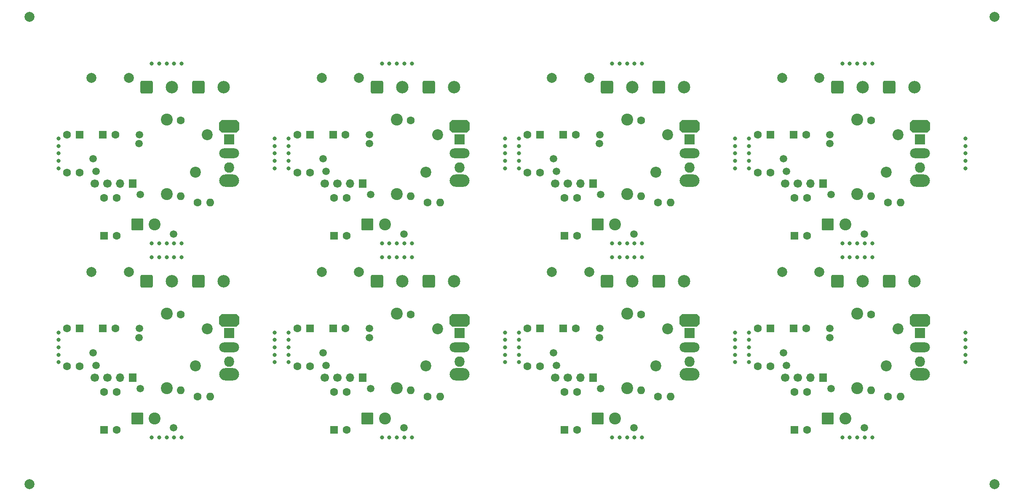
<source format=gbr>
%TF.GenerationSoftware,KiCad,Pcbnew,9.0.2-9.0.2-0~ubuntu24.04.1*%
%TF.CreationDate,2025-05-26T21:58:39+03:00*%
%TF.ProjectId,panelize,70616e65-6c69-47a6-952e-6b696361645f,V01*%
%TF.SameCoordinates,PX2e40d20PY1312d00*%
%TF.FileFunction,Soldermask,Top*%
%TF.FilePolarity,Negative*%
%FSLAX46Y46*%
G04 Gerber Fmt 4.6, Leading zero omitted, Abs format (unit mm)*
G04 Created by KiCad (PCBNEW 9.0.2-9.0.2-0~ubuntu24.04.1) date 2025-05-26 21:58:39*
%MOMM*%
%LPD*%
G01*
G04 APERTURE LIST*
G04 Aperture macros list*
%AMRoundRect*
0 Rectangle with rounded corners*
0 $1 Rounding radius*
0 $2 $3 $4 $5 $6 $7 $8 $9 X,Y pos of 4 corners*
0 Add a 4 corners polygon primitive as box body*
4,1,4,$2,$3,$4,$5,$6,$7,$8,$9,$2,$3,0*
0 Add four circle primitives for the rounded corners*
1,1,$1+$1,$2,$3*
1,1,$1+$1,$4,$5*
1,1,$1+$1,$6,$7*
1,1,$1+$1,$8,$9*
0 Add four rect primitives between the rounded corners*
20,1,$1+$1,$2,$3,$4,$5,0*
20,1,$1+$1,$4,$5,$6,$7,0*
20,1,$1+$1,$6,$7,$8,$9,0*
20,1,$1+$1,$8,$9,$2,$3,0*%
%AMOutline5P*
0 Free polygon, 5 corners , with rotation*
0 The origin of the aperture is its center*
0 number of corners: always 5*
0 $1 to $10 corner X, Y*
0 $11 Rotation angle, in degrees counterclockwise*
0 create outline with 5 corners*
4,1,5,$1,$2,$3,$4,$5,$6,$7,$8,$9,$10,$1,$2,$11*%
%AMOutline6P*
0 Free polygon, 6 corners , with rotation*
0 The origin of the aperture is its center*
0 number of corners: always 6*
0 $1 to $12 corner X, Y*
0 $13 Rotation angle, in degrees counterclockwise*
0 create outline with 6 corners*
4,1,6,$1,$2,$3,$4,$5,$6,$7,$8,$9,$10,$11,$12,$1,$2,$13*%
%AMOutline7P*
0 Free polygon, 7 corners , with rotation*
0 The origin of the aperture is its center*
0 number of corners: always 7*
0 $1 to $14 corner X, Y*
0 $15 Rotation angle, in degrees counterclockwise*
0 create outline with 7 corners*
4,1,7,$1,$2,$3,$4,$5,$6,$7,$8,$9,$10,$11,$12,$13,$14,$1,$2,$15*%
%AMOutline8P*
0 Free polygon, 8 corners , with rotation*
0 The origin of the aperture is its center*
0 number of corners: always 8*
0 $1 to $16 corner X, Y*
0 $17 Rotation angle, in degrees counterclockwise*
0 create outline with 8 corners*
4,1,8,$1,$2,$3,$4,$5,$6,$7,$8,$9,$10,$11,$12,$13,$14,$15,$16,$1,$2,$17*%
G04 Aperture macros list end*
%ADD10C,2.000000*%
%ADD11C,0.800000*%
%ADD12RoundRect,0.250000X-1.000000X-1.000000X1.000000X-1.000000X1.000000X1.000000X-1.000000X1.000000X0*%
%ADD13C,2.500000*%
%ADD14RoundRect,0.250000X-0.550000X0.550000X-0.550000X-0.550000X0.550000X-0.550000X0.550000X0.550000X0*%
%ADD15C,1.600000*%
%ADD16Outline8P,-1.250000X1.500000X-0.750000X2.000000X0.750000X2.000000X1.250000X1.500000X1.250000X-1.500000X0.750000X-2.000000X-0.750000X-2.000000X-1.250000X-1.500000X270.000000*%
%ADD17R,2.000000X2.100000*%
%ADD18O,4.000000X2.000000*%
%ADD19O,2.000000X2.100000*%
%ADD20O,4.000000X2.500000*%
%ADD21R,1.600000X1.600000*%
%ADD22R,1.600000X1.700000*%
%ADD23O,1.700000X1.700000*%
%ADD24C,1.700000*%
%ADD25C,2.200000*%
%ADD26O,1.600000X1.600000*%
%ADD27RoundRect,0.250000X0.550000X-0.550000X0.550000X0.550000X-0.550000X0.550000X-0.550000X-0.550000X0*%
%ADD28C,2.400000*%
%ADD29RoundRect,0.250001X-0.949999X-0.949999X0.949999X-0.949999X0.949999X0.949999X-0.949999X0.949999X0*%
%ADD30C,1.500000*%
G04 APERTURE END LIST*
D10*
%TO.C,KiKit_TO_2*%
X197000000Y-3000000D03*
%TD*%
D11*
%TO.C,KiKit_MB_5_3*%
X55125813Y-30500009D03*
%TD*%
%TO.C,KiKit_MB_24_2*%
X78363377Y-87600000D03*
%TD*%
D12*
%TO.C,J2*%
X36988881Y-17167500D03*
D13*
X42068881Y-17167500D03*
%TD*%
D11*
%TO.C,KiKit_MB_15_5*%
X172412365Y-12400000D03*
%TD*%
D14*
%TO.C,U1*%
X105677369Y-26700000D03*
D15*
X103137369Y-26700000D03*
X103137369Y-34320000D03*
X105677369Y-34320000D03*
%TD*%
D11*
%TO.C,KiKit_MB_11_4*%
X124637621Y-12400000D03*
%TD*%
D12*
%TO.C,J2*%
X175811613Y-17167500D03*
D13*
X180891613Y-17167500D03*
%TD*%
D12*
%TO.C,J1*%
X72863125Y-17167500D03*
D13*
X77943125Y-17167500D03*
%TD*%
D16*
%TO.C,Q1*%
X43188881Y-25050000D03*
D17*
X43188881Y-27660000D03*
D18*
X43188881Y-30500000D03*
D19*
X43188881Y-33340000D03*
D20*
X43188881Y-35950000D03*
%TD*%
D11*
%TO.C,KiKit_MB_17_2*%
X8851558Y-71000509D03*
%TD*%
%TO.C,KiKit_MB_19_3*%
X30588634Y-51400000D03*
%TD*%
D21*
%TO.C,C2*%
X64063125Y-26700000D03*
D15*
X66563125Y-26700000D03*
%TD*%
D11*
%TO.C,KiKit_MB_21_5*%
X55125834Y-66499010D03*
%TD*%
%TO.C,KiKit_MB_27_2*%
X121636622Y-51400000D03*
%TD*%
D22*
%TO.C,J3*%
X162551613Y-36600000D03*
D23*
X160011613Y-36600000D03*
D24*
X157471613Y-36600000D03*
X154931613Y-36600000D03*
%TD*%
D11*
%TO.C,KiKit_MB_28_2*%
X124637621Y-87600000D03*
%TD*%
%TO.C,KiKit_MB_19_1*%
X27587634Y-51400000D03*
%TD*%
%TO.C,KiKit_MB_23_3*%
X76862878Y-51400000D03*
%TD*%
D12*
%TO.C,J1*%
X119137369Y-56167500D03*
D13*
X124217369Y-56167500D03*
%TD*%
D11*
%TO.C,KiKit_MB_1_3*%
X8851569Y-30500009D03*
%TD*%
D25*
%TO.C,RV1*%
X36388881Y-34250000D03*
X38788881Y-26750000D03*
%TD*%
D22*
%TO.C,J3*%
X162551613Y-75600000D03*
D23*
X160011613Y-75600000D03*
D24*
X157471613Y-75600000D03*
X154931613Y-75600000D03*
%TD*%
D11*
%TO.C,KiKit_MB_10_5*%
X144874168Y-33500990D03*
%TD*%
%TO.C,KiKit_MB_21_4*%
X55125824Y-67999510D03*
%TD*%
%TO.C,KiKit_MB_18_5*%
X52325680Y-72500990D03*
%TD*%
D10*
%TO.C,C1*%
X161811613Y-15300000D03*
X154311613Y-15300000D03*
%TD*%
D11*
%TO.C,KiKit_MB_4_3*%
X30588634Y-48600000D03*
%TD*%
D21*
%TO.C,C2*%
X64063125Y-65700000D03*
D15*
X66563125Y-65700000D03*
%TD*%
%TO.C,R1*%
X125937369Y-62900000D03*
D26*
X125937369Y-78140000D03*
%TD*%
D11*
%TO.C,KiKit_MB_25_2*%
X101400046Y-71000509D03*
%TD*%
D12*
%TO.C,J1*%
X72863125Y-56167500D03*
D13*
X77943125Y-56167500D03*
%TD*%
D27*
%TO.C,U2*%
X64263125Y-47100000D03*
D15*
X66803125Y-47100000D03*
X66803125Y-39480000D03*
X64263125Y-39480000D03*
%TD*%
D11*
%TO.C,KiKit_MB_31_2*%
X167910866Y-51400000D03*
%TD*%
%TO.C,KiKit_MB_9_3*%
X101400057Y-30500009D03*
%TD*%
%TO.C,KiKit_MB_7_2*%
X75362378Y-12400000D03*
%TD*%
%TO.C,KiKit_MB_29_2*%
X147674290Y-71000509D03*
%TD*%
D25*
%TO.C,RV1*%
X128937369Y-73250000D03*
X131337369Y-65750000D03*
%TD*%
D11*
%TO.C,KiKit_MB_11_1*%
X120136122Y-12400000D03*
%TD*%
D21*
%TO.C,C2*%
X17788881Y-26700000D03*
D15*
X20288881Y-26700000D03*
%TD*%
D11*
%TO.C,KiKit_MB_5_1*%
X55125792Y-33501009D03*
%TD*%
D12*
%TO.C,J1*%
X165411613Y-56167500D03*
D13*
X170491613Y-56167500D03*
%TD*%
D11*
%TO.C,KiKit_MB_13_2*%
X147674290Y-32000509D03*
%TD*%
D15*
%TO.C,R2*%
X175611613Y-40400000D03*
D26*
X178151613Y-40400000D03*
%TD*%
D10*
%TO.C,KiKit_TO_3*%
X3000000Y-97000000D03*
%TD*%
D12*
%TO.C,J2*%
X83263125Y-56167500D03*
D13*
X88343125Y-56167500D03*
%TD*%
D27*
%TO.C,U2*%
X17988881Y-47100000D03*
D15*
X20528881Y-47100000D03*
X20528881Y-39480000D03*
X17988881Y-39480000D03*
%TD*%
D11*
%TO.C,KiKit_MB_6_1*%
X98599965Y-27498990D03*
%TD*%
D10*
%TO.C,C1*%
X22988881Y-54300000D03*
X15488881Y-54300000D03*
%TD*%
D11*
%TO.C,KiKit_MB_26_2*%
X144874199Y-67999490D03*
%TD*%
%TO.C,KiKit_MB_22_1*%
X98599965Y-66498990D03*
%TD*%
%TO.C,KiKit_MB_23_5*%
X79863877Y-51400000D03*
%TD*%
%TO.C,KiKit_MB_14_5*%
X191148412Y-33500990D03*
%TD*%
%TO.C,KiKit_MB_23_4*%
X78363377Y-51400000D03*
%TD*%
%TO.C,KiKit_MB_24_4*%
X75362378Y-87600000D03*
%TD*%
%TO.C,KiKit_MB_2_4*%
X52325690Y-32000490D03*
%TD*%
%TO.C,KiKit_MB_4_2*%
X32089133Y-48600000D03*
%TD*%
D15*
%TO.C,R2*%
X83063125Y-40400000D03*
D26*
X85603125Y-40400000D03*
%TD*%
D11*
%TO.C,KiKit_MB_32_1*%
X172412365Y-87600000D03*
%TD*%
%TO.C,KiKit_MB_7_3*%
X76862878Y-12400000D03*
%TD*%
%TO.C,KiKit_MB_14_1*%
X191148453Y-27498990D03*
%TD*%
%TO.C,KiKit_MB_26_3*%
X144874189Y-69499990D03*
%TD*%
%TO.C,KiKit_MB_29_1*%
X147674280Y-72501009D03*
%TD*%
%TO.C,KiKit_MB_21_1*%
X55125792Y-72501009D03*
%TD*%
%TO.C,KiKit_MB_23_1*%
X73861878Y-51400000D03*
%TD*%
%TO.C,KiKit_MB_22_3*%
X98599945Y-69499990D03*
%TD*%
D15*
%TO.C,R2*%
X83063125Y-79400000D03*
D26*
X85603125Y-79400000D03*
%TD*%
D11*
%TO.C,KiKit_MB_13_5*%
X147674322Y-27499010D03*
%TD*%
%TO.C,KiKit_MB_27_3*%
X123137122Y-51400000D03*
%TD*%
D10*
%TO.C,KiKit_TO_1*%
X3000000Y-3000000D03*
%TD*%
D11*
%TO.C,KiKit_MB_4_1*%
X33589633Y-48600000D03*
%TD*%
%TO.C,KiKit_MB_30_2*%
X191148443Y-67999490D03*
%TD*%
%TO.C,KiKit_MB_15_3*%
X169411366Y-12400000D03*
%TD*%
%TO.C,KiKit_MB_22_2*%
X98599955Y-67999490D03*
%TD*%
%TO.C,KiKit_MB_7_5*%
X79863877Y-12400000D03*
%TD*%
%TO.C,KiKit_MB_8_3*%
X76862878Y-48600000D03*
%TD*%
D27*
%TO.C,U2*%
X110537369Y-86100000D03*
D15*
X113077369Y-86100000D03*
X113077369Y-78480000D03*
X110537369Y-78480000D03*
%TD*%
D11*
%TO.C,KiKit_MB_1_2*%
X8851558Y-32000509D03*
%TD*%
%TO.C,KiKit_MB_27_5*%
X126138121Y-51400000D03*
%TD*%
D25*
%TO.C,RV1*%
X175211613Y-34250000D03*
X177611613Y-26750000D03*
%TD*%
D22*
%TO.C,J3*%
X70003125Y-75600000D03*
D23*
X67463125Y-75600000D03*
D24*
X64923125Y-75600000D03*
X62383125Y-75600000D03*
%TD*%
D27*
%TO.C,U2*%
X64263125Y-86100000D03*
D15*
X66803125Y-86100000D03*
X66803125Y-78480000D03*
X64263125Y-78480000D03*
%TD*%
D14*
%TO.C,U1*%
X13128881Y-65700000D03*
D15*
X10588881Y-65700000D03*
X10588881Y-73320000D03*
X13128881Y-73320000D03*
%TD*%
D10*
%TO.C,C1*%
X69263125Y-15300000D03*
X61763125Y-15300000D03*
%TD*%
D11*
%TO.C,KiKit_MB_17_5*%
X8851590Y-66499010D03*
%TD*%
%TO.C,KiKit_MB_31_5*%
X172412365Y-51400000D03*
%TD*%
D16*
%TO.C,Q1*%
X182011613Y-25050000D03*
D17*
X182011613Y-27660000D03*
D18*
X182011613Y-30500000D03*
D19*
X182011613Y-33340000D03*
D20*
X182011613Y-35950000D03*
%TD*%
D11*
%TO.C,KiKit_MB_25_4*%
X101400068Y-67999510D03*
%TD*%
%TO.C,KiKit_MB_26_1*%
X144874209Y-66498990D03*
%TD*%
%TO.C,KiKit_MB_15_4*%
X170911865Y-12400000D03*
%TD*%
D22*
%TO.C,J3*%
X23728881Y-75600000D03*
D23*
X21188881Y-75600000D03*
D24*
X18648881Y-75600000D03*
X16108881Y-75600000D03*
%TD*%
D11*
%TO.C,KiKit_MB_32_2*%
X170911865Y-87600000D03*
%TD*%
%TO.C,KiKit_MB_27_1*%
X120136122Y-51400000D03*
%TD*%
%TO.C,KiKit_MB_28_4*%
X121636622Y-87600000D03*
%TD*%
D28*
%TO.C,C3*%
X30588881Y-23700000D03*
X30588881Y-38700000D03*
%TD*%
D12*
%TO.C,J1*%
X26588881Y-56167500D03*
D13*
X31668881Y-56167500D03*
%TD*%
D11*
%TO.C,KiKit_MB_5_2*%
X55125802Y-32000509D03*
%TD*%
D29*
%TO.C,J4*%
X24688881Y-44800000D03*
D28*
X28188881Y-44800000D03*
%TD*%
D15*
%TO.C,R1*%
X79663125Y-62900000D03*
D26*
X79663125Y-78140000D03*
%TD*%
D11*
%TO.C,KiKit_MB_16_1*%
X172412365Y-48600000D03*
%TD*%
D12*
%TO.C,J2*%
X83263125Y-17167500D03*
D13*
X88343125Y-17167500D03*
%TD*%
D11*
%TO.C,KiKit_MB_19_4*%
X32089133Y-51400000D03*
%TD*%
%TO.C,KiKit_MB_25_1*%
X101400036Y-72501009D03*
%TD*%
D25*
%TO.C,RV1*%
X82663125Y-34250000D03*
X85063125Y-26750000D03*
%TD*%
D11*
%TO.C,KiKit_MB_7_4*%
X78363377Y-12400000D03*
%TD*%
%TO.C,KiKit_MB_26_4*%
X144874178Y-71000490D03*
%TD*%
%TO.C,KiKit_MB_10_2*%
X144874199Y-28999490D03*
%TD*%
%TO.C,KiKit_MB_4_4*%
X29088134Y-48600000D03*
%TD*%
%TO.C,KiKit_MB_27_4*%
X124637621Y-51400000D03*
%TD*%
%TO.C,KiKit_MB_8_5*%
X73861878Y-48600000D03*
%TD*%
D27*
%TO.C,U2*%
X17988881Y-86100000D03*
D15*
X20528881Y-86100000D03*
X20528881Y-78480000D03*
X17988881Y-78480000D03*
%TD*%
D11*
%TO.C,KiKit_MB_32_3*%
X169411366Y-87600000D03*
%TD*%
D15*
%TO.C,R1*%
X33388881Y-23900000D03*
D26*
X33388881Y-39140000D03*
%TD*%
D10*
%TO.C,C1*%
X115537369Y-15300000D03*
X108037369Y-15300000D03*
%TD*%
D11*
%TO.C,KiKit_MB_32_4*%
X167910866Y-87600000D03*
%TD*%
%TO.C,KiKit_MB_10_4*%
X144874178Y-32000490D03*
%TD*%
D22*
%TO.C,J3*%
X116277369Y-75600000D03*
D23*
X113737369Y-75600000D03*
D24*
X111197369Y-75600000D03*
X108657369Y-75600000D03*
%TD*%
D11*
%TO.C,KiKit_MB_10_3*%
X144874189Y-30499990D03*
%TD*%
D21*
%TO.C,C2*%
X110337369Y-65700000D03*
D15*
X112837369Y-65700000D03*
%TD*%
D11*
%TO.C,KiKit_MB_18_3*%
X52325701Y-69499990D03*
%TD*%
D15*
%TO.C,R1*%
X79663125Y-23900000D03*
D26*
X79663125Y-39140000D03*
%TD*%
D21*
%TO.C,C2*%
X17788881Y-65700000D03*
D15*
X20288881Y-65700000D03*
%TD*%
D11*
%TO.C,KiKit_MB_22_5*%
X98599924Y-72500990D03*
%TD*%
D28*
%TO.C,C3*%
X76863125Y-23700000D03*
X76863125Y-38700000D03*
%TD*%
D15*
%TO.C,R2*%
X129337369Y-79400000D03*
D26*
X131877369Y-79400000D03*
%TD*%
D11*
%TO.C,KiKit_MB_13_1*%
X147674280Y-33501009D03*
%TD*%
D29*
%TO.C,J4*%
X163511613Y-44800000D03*
D28*
X167011613Y-44800000D03*
%TD*%
D22*
%TO.C,J3*%
X23728881Y-36600000D03*
D23*
X21188881Y-36600000D03*
D24*
X18648881Y-36600000D03*
X16108881Y-36600000D03*
%TD*%
D28*
%TO.C,C3*%
X123137369Y-62700000D03*
X123137369Y-77700000D03*
%TD*%
D11*
%TO.C,KiKit_MB_3_3*%
X30588634Y-12400000D03*
%TD*%
D16*
%TO.C,Q1*%
X89463125Y-64050000D03*
D17*
X89463125Y-66660000D03*
D18*
X89463125Y-69500000D03*
D19*
X89463125Y-72340000D03*
D20*
X89463125Y-74950000D03*
%TD*%
D10*
%TO.C,KiKit_TO_4*%
X197000000Y-97000000D03*
%TD*%
D22*
%TO.C,J3*%
X70003125Y-36600000D03*
D23*
X67463125Y-36600000D03*
D24*
X64923125Y-36600000D03*
X62383125Y-36600000D03*
%TD*%
D22*
%TO.C,J3*%
X116277369Y-36600000D03*
D23*
X113737369Y-36600000D03*
D24*
X111197369Y-36600000D03*
X108657369Y-36600000D03*
%TD*%
D28*
%TO.C,C3*%
X123137369Y-23700000D03*
X123137369Y-38700000D03*
%TD*%
D12*
%TO.C,J2*%
X129537369Y-56167500D03*
D13*
X134617369Y-56167500D03*
%TD*%
D11*
%TO.C,KiKit_MB_30_5*%
X191148412Y-72500990D03*
%TD*%
%TO.C,KiKit_MB_3_5*%
X33589633Y-12400000D03*
%TD*%
%TO.C,KiKit_MB_31_1*%
X166410366Y-51400000D03*
%TD*%
%TO.C,KiKit_MB_28_5*%
X120136122Y-87600000D03*
%TD*%
%TO.C,KiKit_MB_11_3*%
X123137122Y-12400000D03*
%TD*%
D28*
%TO.C,C3*%
X169411613Y-23700000D03*
X169411613Y-38700000D03*
%TD*%
D14*
%TO.C,U1*%
X151951613Y-26700000D03*
D15*
X149411613Y-26700000D03*
X149411613Y-34320000D03*
X151951613Y-34320000D03*
%TD*%
D11*
%TO.C,KiKit_MB_16_4*%
X167910866Y-48600000D03*
%TD*%
%TO.C,KiKit_MB_16_3*%
X169411366Y-48600000D03*
%TD*%
%TO.C,KiKit_MB_12_2*%
X124637621Y-48600000D03*
%TD*%
%TO.C,KiKit_MB_10_1*%
X144874209Y-27498990D03*
%TD*%
D29*
%TO.C,J4*%
X163511613Y-83800000D03*
D28*
X167011613Y-83800000D03*
%TD*%
D11*
%TO.C,KiKit_MB_32_5*%
X166410366Y-87600000D03*
%TD*%
%TO.C,KiKit_MB_18_1*%
X52325721Y-66498990D03*
%TD*%
D14*
%TO.C,U1*%
X59403125Y-26700000D03*
D15*
X56863125Y-26700000D03*
X56863125Y-34320000D03*
X59403125Y-34320000D03*
%TD*%
D11*
%TO.C,KiKit_MB_11_5*%
X126138121Y-12400000D03*
%TD*%
D25*
%TO.C,RV1*%
X175211613Y-73250000D03*
X177611613Y-65750000D03*
%TD*%
D11*
%TO.C,KiKit_MB_17_4*%
X8851580Y-67999510D03*
%TD*%
D14*
%TO.C,U1*%
X151951613Y-65700000D03*
D15*
X149411613Y-65700000D03*
X149411613Y-73320000D03*
X151951613Y-73320000D03*
%TD*%
D16*
%TO.C,Q1*%
X135737369Y-64050000D03*
D17*
X135737369Y-66660000D03*
D18*
X135737369Y-69500000D03*
D19*
X135737369Y-72340000D03*
D20*
X135737369Y-74950000D03*
%TD*%
D29*
%TO.C,J4*%
X117237369Y-44800000D03*
D28*
X120737369Y-44800000D03*
%TD*%
D29*
%TO.C,J4*%
X70963125Y-83800000D03*
D28*
X74463125Y-83800000D03*
%TD*%
D11*
%TO.C,KiKit_MB_12_4*%
X121636622Y-48600000D03*
%TD*%
%TO.C,KiKit_MB_12_3*%
X123137122Y-48600000D03*
%TD*%
D15*
%TO.C,R1*%
X172211613Y-23900000D03*
D26*
X172211613Y-39140000D03*
%TD*%
D12*
%TO.C,J1*%
X26588881Y-17167500D03*
D13*
X31668881Y-17167500D03*
%TD*%
D11*
%TO.C,KiKit_MB_20_1*%
X33589633Y-87600000D03*
%TD*%
%TO.C,KiKit_MB_12_5*%
X120136122Y-48600000D03*
%TD*%
%TO.C,KiKit_MB_24_1*%
X79863877Y-87600000D03*
%TD*%
D14*
%TO.C,U1*%
X105677369Y-65700000D03*
D15*
X103137369Y-65700000D03*
X103137369Y-73320000D03*
X105677369Y-73320000D03*
%TD*%
D16*
%TO.C,Q1*%
X43188881Y-64050000D03*
D17*
X43188881Y-66660000D03*
D18*
X43188881Y-69500000D03*
D19*
X43188881Y-72340000D03*
D20*
X43188881Y-74950000D03*
%TD*%
D14*
%TO.C,U1*%
X59403125Y-65700000D03*
D15*
X56863125Y-65700000D03*
X56863125Y-73320000D03*
X59403125Y-73320000D03*
%TD*%
D11*
%TO.C,KiKit_MB_19_5*%
X33589633Y-51400000D03*
%TD*%
%TO.C,KiKit_MB_25_5*%
X101400078Y-66499010D03*
%TD*%
D16*
%TO.C,Q1*%
X89463125Y-25050000D03*
D17*
X89463125Y-27660000D03*
D18*
X89463125Y-30500000D03*
D19*
X89463125Y-33340000D03*
D20*
X89463125Y-35950000D03*
%TD*%
D27*
%TO.C,U2*%
X156811613Y-47100000D03*
D15*
X159351613Y-47100000D03*
X159351613Y-39480000D03*
X156811613Y-39480000D03*
%TD*%
D11*
%TO.C,KiKit_MB_28_3*%
X123137122Y-87600000D03*
%TD*%
%TO.C,KiKit_MB_4_5*%
X27587634Y-48600000D03*
%TD*%
%TO.C,KiKit_MB_21_2*%
X55125802Y-71000509D03*
%TD*%
%TO.C,KiKit_MB_30_3*%
X191148433Y-69499990D03*
%TD*%
D25*
%TO.C,RV1*%
X36388881Y-73250000D03*
X38788881Y-65750000D03*
%TD*%
D11*
%TO.C,KiKit_MB_2_2*%
X52325711Y-28999490D03*
%TD*%
%TO.C,KiKit_MB_16_2*%
X170911865Y-48600000D03*
%TD*%
D28*
%TO.C,C3*%
X30588881Y-62700000D03*
X30588881Y-77700000D03*
%TD*%
D12*
%TO.C,J1*%
X119137369Y-17167500D03*
D13*
X124217369Y-17167500D03*
%TD*%
D11*
%TO.C,KiKit_MB_15_2*%
X167910866Y-12400000D03*
%TD*%
%TO.C,KiKit_MB_14_3*%
X191148433Y-30499990D03*
%TD*%
%TO.C,KiKit_MB_21_3*%
X55125813Y-69500009D03*
%TD*%
%TO.C,KiKit_MB_1_5*%
X8851590Y-27499010D03*
%TD*%
%TO.C,KiKit_MB_1_1*%
X8851548Y-33501009D03*
%TD*%
%TO.C,KiKit_MB_17_3*%
X8851569Y-69500009D03*
%TD*%
D25*
%TO.C,RV1*%
X128937369Y-34250000D03*
X131337369Y-26750000D03*
%TD*%
D11*
%TO.C,KiKit_MB_18_2*%
X52325711Y-67999490D03*
%TD*%
%TO.C,KiKit_MB_3_4*%
X32089133Y-12400000D03*
%TD*%
D16*
%TO.C,Q1*%
X182011613Y-64050000D03*
D17*
X182011613Y-66660000D03*
D18*
X182011613Y-69500000D03*
D19*
X182011613Y-72340000D03*
D20*
X182011613Y-74950000D03*
%TD*%
D11*
%TO.C,KiKit_MB_30_4*%
X191148422Y-71000490D03*
%TD*%
D16*
%TO.C,Q1*%
X135737369Y-25050000D03*
D17*
X135737369Y-27660000D03*
D18*
X135737369Y-30500000D03*
D19*
X135737369Y-33340000D03*
D20*
X135737369Y-35950000D03*
%TD*%
D11*
%TO.C,KiKit_MB_17_1*%
X8851548Y-72501009D03*
%TD*%
%TO.C,KiKit_MB_5_5*%
X55125834Y-27499010D03*
%TD*%
%TO.C,KiKit_MB_18_4*%
X52325690Y-71000490D03*
%TD*%
%TO.C,KiKit_MB_28_1*%
X126138121Y-87600000D03*
%TD*%
%TO.C,KiKit_MB_29_3*%
X147674301Y-69500009D03*
%TD*%
D28*
%TO.C,C3*%
X169411613Y-62700000D03*
X169411613Y-77700000D03*
%TD*%
D25*
%TO.C,RV1*%
X82663125Y-73250000D03*
X85063125Y-65750000D03*
%TD*%
D11*
%TO.C,KiKit_MB_13_3*%
X147674301Y-30500009D03*
%TD*%
%TO.C,KiKit_MB_11_2*%
X121636622Y-12400000D03*
%TD*%
%TO.C,KiKit_MB_8_4*%
X75362378Y-48600000D03*
%TD*%
%TO.C,KiKit_MB_24_5*%
X73861878Y-87600000D03*
%TD*%
%TO.C,KiKit_MB_6_3*%
X98599945Y-30499990D03*
%TD*%
%TO.C,KiKit_MB_2_1*%
X52325721Y-27498990D03*
%TD*%
D15*
%TO.C,R2*%
X175611613Y-79400000D03*
D26*
X178151613Y-79400000D03*
%TD*%
D11*
%TO.C,KiKit_MB_6_4*%
X98599934Y-32000490D03*
%TD*%
%TO.C,KiKit_MB_31_4*%
X170911865Y-51400000D03*
%TD*%
%TO.C,KiKit_MB_9_5*%
X101400078Y-27499010D03*
%TD*%
D29*
%TO.C,J4*%
X70963125Y-44800000D03*
D28*
X74463125Y-44800000D03*
%TD*%
D10*
%TO.C,C1*%
X22988881Y-15300000D03*
X15488881Y-15300000D03*
%TD*%
D27*
%TO.C,U2*%
X110537369Y-47100000D03*
D15*
X113077369Y-47100000D03*
X113077369Y-39480000D03*
X110537369Y-39480000D03*
%TD*%
D11*
%TO.C,KiKit_MB_20_2*%
X32089133Y-87600000D03*
%TD*%
D21*
%TO.C,C2*%
X156611613Y-65700000D03*
D15*
X159111613Y-65700000D03*
%TD*%
D11*
%TO.C,KiKit_MB_6_5*%
X98599924Y-33500990D03*
%TD*%
%TO.C,KiKit_MB_5_4*%
X55125824Y-28999510D03*
%TD*%
%TO.C,KiKit_MB_13_4*%
X147674312Y-28999510D03*
%TD*%
%TO.C,KiKit_MB_9_4*%
X101400068Y-28999510D03*
%TD*%
%TO.C,KiKit_MB_22_4*%
X98599934Y-71000490D03*
%TD*%
D12*
%TO.C,J1*%
X165411613Y-17167500D03*
D13*
X170491613Y-17167500D03*
%TD*%
D10*
%TO.C,C1*%
X161811613Y-54300000D03*
X154311613Y-54300000D03*
%TD*%
D11*
%TO.C,KiKit_MB_29_5*%
X147674322Y-66499010D03*
%TD*%
D12*
%TO.C,J2*%
X36988881Y-56167500D03*
D13*
X42068881Y-56167500D03*
%TD*%
D11*
%TO.C,KiKit_MB_8_1*%
X79863877Y-48600000D03*
%TD*%
%TO.C,KiKit_MB_14_4*%
X191148422Y-32000490D03*
%TD*%
%TO.C,KiKit_MB_30_1*%
X191148453Y-66498990D03*
%TD*%
%TO.C,KiKit_MB_12_1*%
X126138121Y-48600000D03*
%TD*%
%TO.C,KiKit_MB_3_2*%
X29088134Y-12400000D03*
%TD*%
D27*
%TO.C,U2*%
X156811613Y-86100000D03*
D15*
X159351613Y-86100000D03*
X159351613Y-78480000D03*
X156811613Y-78480000D03*
%TD*%
D11*
%TO.C,KiKit_MB_3_1*%
X27587634Y-12400000D03*
%TD*%
%TO.C,KiKit_MB_29_4*%
X147674312Y-67999510D03*
%TD*%
%TO.C,KiKit_MB_9_1*%
X101400036Y-33501009D03*
%TD*%
D21*
%TO.C,C2*%
X110337369Y-26700000D03*
D15*
X112837369Y-26700000D03*
%TD*%
D11*
%TO.C,KiKit_MB_2_5*%
X52325680Y-33500990D03*
%TD*%
D28*
%TO.C,C3*%
X76863125Y-62700000D03*
X76863125Y-77700000D03*
%TD*%
D11*
%TO.C,KiKit_MB_9_2*%
X101400046Y-32000509D03*
%TD*%
D10*
%TO.C,C1*%
X115537369Y-54300000D03*
X108037369Y-54300000D03*
%TD*%
D11*
%TO.C,KiKit_MB_20_4*%
X29088134Y-87600000D03*
%TD*%
%TO.C,KiKit_MB_20_3*%
X30588634Y-87600000D03*
%TD*%
%TO.C,KiKit_MB_31_3*%
X169411366Y-51400000D03*
%TD*%
%TO.C,KiKit_MB_26_5*%
X144874168Y-72500990D03*
%TD*%
%TO.C,KiKit_MB_15_1*%
X166410366Y-12400000D03*
%TD*%
D12*
%TO.C,J2*%
X175811613Y-56167500D03*
D13*
X180891613Y-56167500D03*
%TD*%
D14*
%TO.C,U1*%
X13128881Y-26700000D03*
D15*
X10588881Y-26700000D03*
X10588881Y-34320000D03*
X13128881Y-34320000D03*
%TD*%
D11*
%TO.C,KiKit_MB_19_2*%
X29088134Y-51400000D03*
%TD*%
%TO.C,KiKit_MB_25_3*%
X101400057Y-69500009D03*
%TD*%
%TO.C,KiKit_MB_1_4*%
X8851580Y-28999510D03*
%TD*%
%TO.C,KiKit_MB_2_3*%
X52325701Y-30499990D03*
%TD*%
%TO.C,KiKit_MB_23_2*%
X75362378Y-51400000D03*
%TD*%
D29*
%TO.C,J4*%
X117237369Y-83800000D03*
D28*
X120737369Y-83800000D03*
%TD*%
D11*
%TO.C,KiKit_MB_14_2*%
X191148443Y-28999490D03*
%TD*%
D15*
%TO.C,R2*%
X129337369Y-40400000D03*
D26*
X131877369Y-40400000D03*
%TD*%
D11*
%TO.C,KiKit_MB_16_5*%
X166410366Y-48600000D03*
%TD*%
D15*
%TO.C,R2*%
X36788881Y-40400000D03*
D26*
X39328881Y-40400000D03*
%TD*%
D15*
%TO.C,R1*%
X125937369Y-23900000D03*
D26*
X125937369Y-39140000D03*
%TD*%
D10*
%TO.C,C1*%
X69263125Y-54300000D03*
X61763125Y-54300000D03*
%TD*%
D11*
%TO.C,KiKit_MB_20_5*%
X27587634Y-87600000D03*
%TD*%
D15*
%TO.C,R2*%
X36788881Y-79400000D03*
D26*
X39328881Y-79400000D03*
%TD*%
D12*
%TO.C,J2*%
X129537369Y-17167500D03*
D13*
X134617369Y-17167500D03*
%TD*%
D11*
%TO.C,KiKit_MB_24_3*%
X76862878Y-87600000D03*
%TD*%
D15*
%TO.C,R1*%
X33388881Y-62900000D03*
D26*
X33388881Y-78140000D03*
%TD*%
D11*
%TO.C,KiKit_MB_8_2*%
X78363377Y-48600000D03*
%TD*%
D29*
%TO.C,J4*%
X24688881Y-83800000D03*
D28*
X28188881Y-83800000D03*
%TD*%
D15*
%TO.C,R1*%
X172211613Y-62900000D03*
D26*
X172211613Y-78140000D03*
%TD*%
D11*
%TO.C,KiKit_MB_7_1*%
X73861878Y-12400000D03*
%TD*%
D21*
%TO.C,C2*%
X156611613Y-26700000D03*
D15*
X159111613Y-26700000D03*
%TD*%
D11*
%TO.C,KiKit_MB_6_2*%
X98599955Y-28999490D03*
%TD*%
D30*
X15788881Y-31600000D03*
X25088881Y-26700000D03*
X16388881Y-34100000D03*
X25053881Y-28510151D03*
X31988881Y-46700000D03*
X25294335Y-38805453D03*
X71363125Y-26700000D03*
X62063125Y-31600000D03*
X71328125Y-28510151D03*
X62663125Y-34100000D03*
X71568579Y-38805453D03*
X78263125Y-46700000D03*
X108337369Y-31600000D03*
X117637369Y-26700000D03*
X117602369Y-28510151D03*
X108937369Y-34100000D03*
X117842823Y-38805453D03*
X124537369Y-46700000D03*
X163911613Y-26700000D03*
X154611613Y-31600000D03*
X163876613Y-28510151D03*
X155211613Y-34100000D03*
X170811613Y-46700000D03*
X164117067Y-38805453D03*
X15788881Y-70600000D03*
X25088881Y-65700000D03*
X25053881Y-67510151D03*
X16388881Y-73100000D03*
X31988881Y-85700000D03*
X25294335Y-77805453D03*
X62063125Y-70600000D03*
X71363125Y-65700000D03*
X71328125Y-67510151D03*
X62663125Y-73100000D03*
X71568579Y-77805453D03*
X78263125Y-85700000D03*
X117637369Y-65700000D03*
X108337369Y-70600000D03*
X117602369Y-67510151D03*
X108937369Y-73100000D03*
X124537369Y-85700000D03*
X117842823Y-77805453D03*
X163911613Y-65700000D03*
X154611613Y-70600000D03*
X163876613Y-67510151D03*
X155211613Y-73100000D03*
X164117067Y-77805453D03*
X170811613Y-85700000D03*
M02*

</source>
